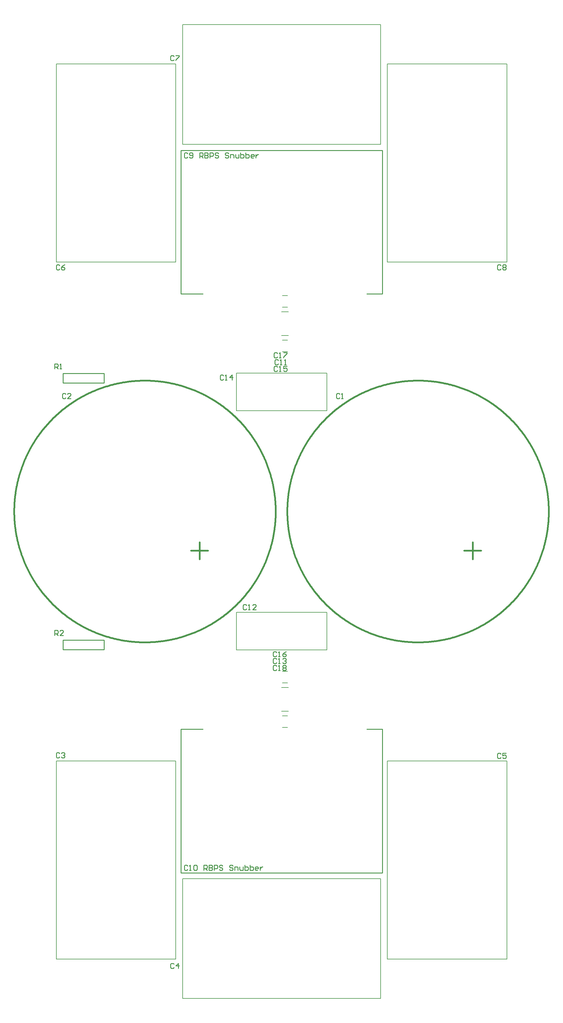
<source format=gto>
G04*
G04 #@! TF.GenerationSoftware,Altium Limited,Altium Designer,18.1.9 (240)*
G04*
G04 Layer_Color=65535*
%FSLAX25Y25*%
%MOIN*%
G70*
G01*
G75*
%ADD10C,0.01968*%
%ADD11C,0.00984*%
%ADD12C,0.00787*%
%ADD13C,0.01000*%
D10*
X308268Y0D02*
X308264Y1000D01*
X308254Y2001D01*
X308238Y3001D01*
X308215Y4001D01*
X308185Y5001D01*
X308148Y6001D01*
X308105Y7001D01*
X308055Y8000D01*
X307999Y8999D01*
X307936Y9997D01*
X307866Y10995D01*
X307790Y11993D01*
X307707Y12990D01*
X307618Y13986D01*
X307522Y14982D01*
X307419Y15977D01*
X307310Y16972D01*
X307194Y17965D01*
X307071Y18958D01*
X306942Y19950D01*
X306806Y20942D01*
X306664Y21932D01*
X306515Y22921D01*
X306360Y23909D01*
X306198Y24897D01*
X306030Y25883D01*
X305855Y26868D01*
X305673Y27852D01*
X305485Y28834D01*
X305291Y29816D01*
X305089Y30796D01*
X304882Y31774D01*
X304668Y32752D01*
X304447Y33727D01*
X304220Y34702D01*
X303987Y35675D01*
X303747Y36646D01*
X303501Y37616D01*
X303248Y38584D01*
X302989Y39550D01*
X302723Y40514D01*
X302451Y41477D01*
X302173Y42438D01*
X301888Y43397D01*
X301597Y44354D01*
X301299Y45309D01*
X300995Y46263D01*
X300685Y47214D01*
X300369Y48163D01*
X300046Y49110D01*
X299717Y50055D01*
X299382Y50997D01*
X299041Y51938D01*
X298693Y52876D01*
X298339Y53812D01*
X297979Y54745D01*
X297613Y55676D01*
X297240Y56604D01*
X296861Y57530D01*
X296477Y58454D01*
X296086Y59375D01*
X295689Y60293D01*
X295286Y61209D01*
X294877Y62122D01*
X294461Y63032D01*
X294040Y63939D01*
X293613Y64844D01*
X293180Y65746D01*
X292741Y66645D01*
X292295Y67541D01*
X291844Y68434D01*
X291387Y69324D01*
X290924Y70211D01*
X290456Y71095D01*
X289981Y71975D01*
X289500Y72853D01*
X289014Y73727D01*
X288522Y74598D01*
X288024Y75466D01*
X287521Y76330D01*
X287012Y77192D01*
X286496Y78049D01*
X285976Y78904D01*
X285449Y79754D01*
X284917Y80602D01*
X284380Y81445D01*
X283837Y82285D01*
X283288Y83122D01*
X282734Y83955D01*
X282174Y84784D01*
X281609Y85610D01*
X281038Y86431D01*
X280462Y87249D01*
X279880Y88063D01*
X279293Y88873D01*
X278701Y89679D01*
X278103Y90482D01*
X277500Y91280D01*
X276892Y92074D01*
X276278Y92865D01*
X275660Y93651D01*
X275036Y94433D01*
X274407Y95211D01*
X273772Y95984D01*
X273133Y96754D01*
X272488Y97519D01*
X271839Y98280D01*
X271184Y99037D01*
X270525Y99789D01*
X269860Y100537D01*
X269191Y101280D01*
X268516Y102019D01*
X267837Y102753D01*
X267153Y103483D01*
X266464Y104209D01*
X265770Y104929D01*
X265072Y105646D01*
X264368Y106357D01*
X263660Y107064D01*
X262948Y107766D01*
X262230Y108463D01*
X261508Y109156D01*
X260782Y109844D01*
X260051Y110527D01*
X259315Y111205D01*
X258575Y111878D01*
X257831Y112546D01*
X257082Y113210D01*
X256328Y113868D01*
X255571Y114521D01*
X254809Y115170D01*
X254042Y115813D01*
X253272Y116451D01*
X252497Y117084D01*
X251718Y117712D01*
X250935Y118334D01*
X250148Y118952D01*
X249357Y119564D01*
X248561Y120171D01*
X247762Y120773D01*
X246959Y121369D01*
X246152Y121960D01*
X245340Y122546D01*
X244526Y123126D01*
X243707Y123701D01*
X242884Y124270D01*
X242058Y124834D01*
X241228Y125392D01*
X240394Y125945D01*
X239556Y126493D01*
X238715Y127034D01*
X237871Y127570D01*
X237022Y128101D01*
X236171Y128626D01*
X235316Y129145D01*
X234457Y129659D01*
X233595Y130167D01*
X232730Y130669D01*
X231861Y131165D01*
X230989Y131656D01*
X230114Y132141D01*
X229236Y132620D01*
X228354Y133093D01*
X227470Y133560D01*
X226582Y134022D01*
X225691Y134477D01*
X224798Y134927D01*
X223901Y135370D01*
X223001Y135808D01*
X222099Y136240D01*
X221194Y136665D01*
X220285Y137085D01*
X219374Y137499D01*
X218461Y137907D01*
X217545Y138308D01*
X216626Y138704D01*
X215704Y139093D01*
X214780Y139476D01*
X213853Y139853D01*
X212924Y140224D01*
X211993Y140589D01*
X211058Y140948D01*
X210122Y141300D01*
X209184Y141646D01*
X208243Y141986D01*
X207299Y142320D01*
X206354Y142647D01*
X205406Y142968D01*
X204457Y143283D01*
X203505Y143592D01*
X202552Y143894D01*
X201596Y144190D01*
X200638Y144479D01*
X199679Y144762D01*
X198717Y145039D01*
X197754Y145310D01*
X196789Y145574D01*
X195822Y145831D01*
X194854Y146082D01*
X193884Y146327D01*
X192912Y146565D01*
X191939Y146797D01*
X190964Y147023D01*
X189988Y147242D01*
X189010Y147454D01*
X188031Y147660D01*
X187051Y147859D01*
X186069Y148052D01*
X185086Y148239D01*
X184102Y148419D01*
X183117Y148592D01*
X182130Y148759D01*
X181143Y148919D01*
X180154Y149073D01*
X179165Y149220D01*
X178174Y149361D01*
X177183Y149495D01*
X176190Y149622D01*
X175197Y149743D01*
X174204Y149857D01*
X173209Y149965D01*
X172213Y150066D01*
X171218Y150160D01*
X170221Y150248D01*
X169224Y150329D01*
X168226Y150404D01*
X167228Y150472D01*
X166229Y150533D01*
X165230Y150588D01*
X164231Y150636D01*
X163232Y150678D01*
X162232Y150713D01*
X161232Y150741D01*
X160231Y150762D01*
X159231Y150777D01*
X158231Y150786D01*
X157230Y150787D01*
X156230Y150782D01*
X155229Y150771D01*
X154229Y150752D01*
X153229Y150727D01*
X152229Y150696D01*
X151229Y150658D01*
X150230Y150613D01*
X149231Y150562D01*
X148232Y150504D01*
X147234Y150439D01*
X146236Y150367D01*
X145238Y150290D01*
X144241Y150205D01*
X143245Y150114D01*
X142249Y150016D01*
X141254Y149912D01*
X140260Y149801D01*
X139267Y149683D01*
X138274Y149559D01*
X137282Y149428D01*
X136291Y149291D01*
X135301Y149147D01*
X134312Y148997D01*
X133324Y148840D01*
X132337Y148676D01*
X131351Y148506D01*
X130366Y148330D01*
X129383Y148146D01*
X128400Y147957D01*
X127419Y147760D01*
X126440Y147558D01*
X125461Y147349D01*
X124484Y147133D01*
X123509Y146911D01*
X122535Y146682D01*
X121563Y146447D01*
X120592Y146206D01*
X119622Y145958D01*
X118655Y145703D01*
X117689Y145442D01*
X116725Y145175D01*
X115763Y144902D01*
X114802Y144622D01*
X113844Y144335D01*
X112887Y144043D01*
X111932Y143744D01*
X110979Y143438D01*
X110029Y143126D01*
X109080Y142808D01*
X108134Y142484D01*
X107189Y142154D01*
X106247Y141817D01*
X105308Y141474D01*
X104370Y141125D01*
X103435Y140769D01*
X102502Y140407D01*
X101572Y140040D01*
X100644Y139665D01*
X99718Y139285D01*
X98796Y138899D01*
X97875Y138507D01*
X96958Y138108D01*
X96043Y137704D01*
X95130Y137293D01*
X94221Y136876D01*
X93314Y136453D01*
X92410Y136025D01*
X91509Y135590D01*
X90611Y135149D01*
X89716Y134703D01*
X88823Y134250D01*
X87934Y133792D01*
X87048Y133327D01*
X86165Y132857D01*
X85285Y132381D01*
X84408Y131899D01*
X83535Y131411D01*
X82665Y130918D01*
X81798Y130419D01*
X80934Y129913D01*
X80074Y129403D01*
X79217Y128886D01*
X78364Y128364D01*
X77513Y127836D01*
X76667Y127303D01*
X75824Y126764D01*
X74985Y126219D01*
X74149Y125669D01*
X73317Y125114D01*
X72489Y124553D01*
X71665Y123986D01*
X70844Y123414D01*
X70027Y122836D01*
X69214Y122253D01*
X68405Y121665D01*
X67599Y121071D01*
X66798Y120472D01*
X66001Y119868D01*
X65208Y119258D01*
X64418Y118644D01*
X63633Y118024D01*
X62852Y117398D01*
X62075Y116768D01*
X61303Y116132D01*
X60534Y115492D01*
X59770Y114846D01*
X59010Y114195D01*
X58255Y113539D01*
X57504Y112879D01*
X56757Y112213D01*
X56015Y111542D01*
X55277Y110866D01*
X54544Y110186D01*
X53815Y109500D01*
X53091Y108810D01*
X52371Y108115D01*
X51656Y107415D01*
X50946Y106711D01*
X50240Y106002D01*
X49539Y105288D01*
X48843Y104569D01*
X48152Y103847D01*
X47465Y103119D01*
X46783Y102387D01*
X46106Y101650D01*
X45434Y100909D01*
X44767Y100163D01*
X44105Y99413D01*
X43448Y98659D01*
X42796Y97900D01*
X42149Y97137D01*
X41507Y96370D01*
X40870Y95598D01*
X40239Y94822D01*
X39612Y94042D01*
X38991Y93258D01*
X38375Y92470D01*
X37764Y91678D01*
X37158Y90882D01*
X36558Y90081D01*
X35963Y89277D01*
X35373Y88469D01*
X34789Y87657D01*
X34210Y86841D01*
X33637Y86021D01*
X33069Y85197D01*
X32506Y84370D01*
X31949Y83539D01*
X31398Y82704D01*
X30852Y81866D01*
X30311Y81024D01*
X29777Y80179D01*
X29247Y79330D01*
X28724Y78477D01*
X28206Y77621D01*
X27694Y76762D01*
X27187Y75899D01*
X26687Y75033D01*
X26192Y74163D01*
X25703Y73291D01*
X25219Y72415D01*
X24742Y71536D01*
X24270Y70653D01*
X23804Y69768D01*
X23344Y68879D01*
X22890Y67988D01*
X22442Y67094D01*
X22000Y66196D01*
X21564Y65296D01*
X21134Y64393D01*
X20709Y63487D01*
X20291Y62578D01*
X19879Y61666D01*
X19473Y60752D01*
X19073Y59835D01*
X18679Y58915D01*
X18291Y57993D01*
X17909Y57068D01*
X17534Y56141D01*
X17164Y55211D01*
X16801Y54279D01*
X16444Y53345D01*
X16093Y52408D01*
X15749Y51468D01*
X15410Y50527D01*
X15078Y49583D01*
X14752Y48638D01*
X14433Y47690D01*
X14120Y46739D01*
X13813Y45787D01*
X13512Y44833D01*
X13218Y43877D01*
X12930Y42919D01*
X12648Y41959D01*
X12373Y40997D01*
X12104Y40033D01*
X11842Y39068D01*
X11586Y38101D01*
X11336Y37132D01*
X11093Y36161D01*
X10857Y35189D01*
X10626Y34216D01*
X10402Y33241D01*
X10185Y32264D01*
X9974Y31286D01*
X9770Y30307D01*
X9572Y29326D01*
X9381Y28344D01*
X9196Y27361D01*
X9018Y26377D01*
X8846Y25391D01*
X8681Y24404D01*
X8522Y23417D01*
X8370Y22428D01*
X8225Y21438D01*
X8086Y20447D01*
X7953Y19456D01*
X7828Y18463D01*
X7708Y17470D01*
X7596Y16476D01*
X7490Y15481D01*
X7390Y14485D01*
X7298Y13489D01*
X7211Y12493D01*
X7132Y11495D01*
X7059Y10498D01*
X6992Y9499D01*
X6933Y8501D01*
X6880Y7502D01*
X6833Y6502D01*
X6793Y5503D01*
X6760Y4503D01*
X6734Y3503D01*
X6714Y2503D01*
X6700Y1502D01*
X6694Y502D01*
X6694Y-499D01*
X6700Y-1499D01*
X6714Y-2499D01*
X6734Y-3500D01*
X6760Y-4500D01*
X6793Y-5500D01*
X6833Y-6499D01*
X6880Y-7499D01*
X6933Y-8498D01*
X6992Y-9496D01*
X7059Y-10495D01*
X7131Y-11492D01*
X7211Y-12490D01*
X7297Y-13486D01*
X7390Y-14482D01*
X7489Y-15478D01*
X7595Y-16473D01*
X7708Y-17467D01*
X7827Y-18460D01*
X7953Y-19453D01*
X8085Y-20444D01*
X8224Y-21435D01*
X8370Y-22425D01*
X8522Y-23414D01*
X8680Y-24401D01*
X8846Y-25388D01*
X9017Y-26374D01*
X9195Y-27358D01*
X9380Y-28341D01*
X9572Y-29323D01*
X9769Y-30304D01*
X9974Y-31283D01*
X10185Y-32261D01*
X10402Y-33238D01*
X10626Y-34213D01*
X10856Y-35186D01*
X11092Y-36158D01*
X11336Y-37129D01*
X11585Y-38098D01*
X11841Y-39065D01*
X12104Y-40030D01*
X12372Y-40994D01*
X12648Y-41956D01*
X12929Y-42916D01*
X13217Y-43874D01*
X13511Y-44830D01*
X13812Y-45784D01*
X14119Y-46736D01*
X14432Y-47687D01*
X14751Y-48635D01*
X15077Y-49580D01*
X15409Y-50524D01*
X15748Y-51466D01*
X16092Y-52405D01*
X16443Y-53342D01*
X16800Y-54276D01*
X17163Y-55209D01*
X17533Y-56138D01*
X17908Y-57066D01*
X18290Y-57990D01*
X18678Y-58913D01*
X19072Y-59832D01*
X19472Y-60749D01*
X19878Y-61664D01*
X20290Y-62575D01*
X20708Y-63484D01*
X21132Y-64390D01*
X21563Y-65293D01*
X21999Y-66193D01*
X22441Y-67091D01*
X22889Y-67985D01*
X23343Y-68877D01*
X23803Y-69765D01*
X24269Y-70651D01*
X24740Y-71533D01*
X25218Y-72412D01*
X25701Y-73288D01*
X26190Y-74161D01*
X26685Y-75030D01*
X27186Y-75896D01*
X27692Y-76759D01*
X28205Y-77618D01*
X28722Y-78474D01*
X29246Y-79327D01*
X29775Y-80176D01*
X30310Y-81021D01*
X30850Y-81863D01*
X31396Y-82702D01*
X31947Y-83536D01*
X32504Y-84368D01*
X33067Y-85195D01*
X33635Y-86019D01*
X34208Y-86838D01*
X34787Y-87654D01*
X35372Y-88466D01*
X35961Y-89275D01*
X36556Y-90079D01*
X37157Y-90879D01*
X37762Y-91675D01*
X38373Y-92468D01*
X38989Y-93256D01*
X39610Y-94040D01*
X40237Y-94820D01*
X40869Y-95596D01*
X41505Y-96367D01*
X42147Y-97135D01*
X42794Y-97898D01*
X43446Y-98656D01*
X44103Y-99411D01*
X44765Y-100161D01*
X45432Y-100907D01*
X46104Y-101648D01*
X46781Y-102384D01*
X47463Y-103117D01*
X48150Y-103844D01*
X48841Y-104567D01*
X49537Y-105286D01*
X50238Y-106000D01*
X50944Y-106709D01*
X51654Y-107413D01*
X52369Y-108113D01*
X53089Y-108808D01*
X53813Y-109498D01*
X54542Y-110184D01*
X55275Y-110864D01*
X56013Y-111540D01*
X56755Y-112211D01*
X57502Y-112876D01*
X58253Y-113537D01*
X59008Y-114193D01*
X59768Y-114844D01*
X60532Y-115490D01*
X61300Y-116130D01*
X62073Y-116766D01*
X62850Y-117396D01*
X63631Y-118022D01*
X64416Y-118642D01*
X65205Y-119257D01*
X65998Y-119866D01*
X66796Y-120470D01*
X67597Y-121070D01*
X68402Y-121663D01*
X69211Y-122251D01*
X70024Y-122835D01*
X70841Y-123412D01*
X71662Y-123984D01*
X72487Y-124551D01*
X73315Y-125112D01*
X74147Y-125668D01*
X74982Y-126218D01*
X75822Y-126762D01*
X76664Y-127301D01*
X77511Y-127835D01*
X78361Y-128362D01*
X79214Y-128884D01*
X80071Y-129401D01*
X80931Y-129912D01*
X81795Y-130417D01*
X82662Y-130916D01*
X83532Y-131410D01*
X84405Y-131897D01*
X85282Y-132379D01*
X86162Y-132855D01*
X87045Y-133326D01*
X87931Y-133790D01*
X88820Y-134248D01*
X89713Y-134701D01*
X90608Y-135148D01*
X91506Y-135588D01*
X92407Y-136023D01*
X93311Y-136452D01*
X94217Y-136875D01*
X95127Y-137291D01*
X96039Y-137702D01*
X96954Y-138107D01*
X97872Y-138505D01*
X98792Y-138898D01*
X99715Y-139284D01*
X100640Y-139664D01*
X101568Y-140038D01*
X102498Y-140406D01*
X103431Y-140768D01*
X104366Y-141123D01*
X105304Y-141472D01*
X106244Y-141815D01*
X107186Y-142152D01*
X108130Y-142483D01*
X109076Y-142807D01*
X110025Y-143125D01*
X110976Y-143437D01*
X111928Y-143742D01*
X112883Y-144041D01*
X113839Y-144334D01*
X114798Y-144620D01*
X115759Y-144900D01*
X116721Y-145174D01*
X117685Y-145441D01*
X118651Y-145702D01*
X119618Y-145957D01*
X120588Y-146204D01*
X121558Y-146446D01*
X122531Y-146681D01*
X123505Y-146910D01*
X124480Y-147132D01*
X125457Y-147348D01*
X126436Y-147557D01*
X127415Y-147760D01*
X128396Y-147956D01*
X129379Y-148146D01*
X130362Y-148329D01*
X131347Y-148505D01*
X132333Y-148676D01*
X133320Y-148839D01*
X134308Y-148996D01*
X135297Y-149147D01*
X136287Y-149291D01*
X137278Y-149428D01*
X138270Y-149559D01*
X139263Y-149683D01*
X140256Y-149800D01*
X141251Y-149911D01*
X142246Y-150016D01*
X143241Y-150114D01*
X144238Y-150205D01*
X145235Y-150289D01*
X146232Y-150367D01*
X147230Y-150439D01*
X148228Y-150503D01*
X149227Y-150561D01*
X150226Y-150613D01*
X151226Y-150658D01*
X152225Y-150696D01*
X153225Y-150727D01*
X154226Y-150752D01*
X155226Y-150771D01*
X156226Y-150782D01*
X157227Y-150787D01*
X158227Y-150786D01*
X159228Y-150777D01*
X160228Y-150762D01*
X161228Y-150741D01*
X162228Y-150713D01*
X163228Y-150678D01*
X164228Y-150636D01*
X165227Y-150588D01*
X166226Y-150534D01*
X167225Y-150472D01*
X168223Y-150404D01*
X169220Y-150330D01*
X170218Y-150249D01*
X171214Y-150161D01*
X172210Y-150066D01*
X173206Y-149965D01*
X174200Y-149857D01*
X175194Y-149743D01*
X176187Y-149622D01*
X177180Y-149495D01*
X178171Y-149361D01*
X179162Y-149221D01*
X180151Y-149073D01*
X181140Y-148920D01*
X182127Y-148759D01*
X183114Y-148593D01*
X184099Y-148419D01*
X185083Y-148239D01*
X186066Y-148053D01*
X187048Y-147860D01*
X188029Y-147661D01*
X189007Y-147455D01*
X189985Y-147242D01*
X190961Y-147023D01*
X191936Y-146798D01*
X192909Y-146566D01*
X193881Y-146328D01*
X194851Y-146083D01*
X195820Y-145832D01*
X196786Y-145574D01*
X197751Y-145310D01*
X198715Y-145040D01*
X199676Y-144763D01*
X200636Y-144480D01*
X201593Y-144191D01*
X202549Y-143895D01*
X203503Y-143592D01*
X204454Y-143284D01*
X205404Y-142969D01*
X206352Y-142648D01*
X207297Y-142321D01*
X208240Y-141987D01*
X209181Y-141647D01*
X210120Y-141301D01*
X211056Y-140948D01*
X211990Y-140590D01*
X212922Y-140225D01*
X213851Y-139854D01*
X214778Y-139477D01*
X215702Y-139094D01*
X216623Y-138705D01*
X217542Y-138309D01*
X218459Y-137908D01*
X219372Y-137500D01*
X220283Y-137086D01*
X221192Y-136667D01*
X222097Y-136241D01*
X223000Y-135809D01*
X223899Y-135371D01*
X224796Y-134928D01*
X225690Y-134478D01*
X226580Y-134022D01*
X227468Y-133561D01*
X228353Y-133094D01*
X229234Y-132621D01*
X230113Y-132142D01*
X230988Y-131657D01*
X231860Y-131166D01*
X232728Y-130670D01*
X233594Y-130168D01*
X234456Y-129660D01*
X235314Y-129146D01*
X236169Y-128627D01*
X237021Y-128102D01*
X237869Y-127571D01*
X238714Y-127035D01*
X239555Y-126493D01*
X240392Y-125946D01*
X241226Y-125393D01*
X242056Y-124835D01*
X242883Y-124271D01*
X243706Y-123702D01*
X244524Y-123127D01*
X245339Y-122547D01*
X246150Y-121961D01*
X246958Y-121370D01*
X247761Y-120773D01*
X248560Y-120172D01*
X249356Y-119565D01*
X250147Y-118953D01*
X250934Y-118335D01*
X251717Y-117712D01*
X252496Y-117085D01*
X253271Y-116452D01*
X254042Y-115814D01*
X254808Y-115170D01*
X255570Y-114522D01*
X256328Y-113869D01*
X257081Y-113210D01*
X257830Y-112547D01*
X258574Y-111879D01*
X259314Y-111205D01*
X260050Y-110527D01*
X260781Y-109844D01*
X261508Y-109157D01*
X262230Y-108464D01*
X262947Y-107766D01*
X263660Y-107064D01*
X264368Y-106358D01*
X265071Y-105646D01*
X265770Y-104930D01*
X266463Y-104209D01*
X267153Y-103484D01*
X267837Y-102754D01*
X268516Y-102019D01*
X269191Y-101280D01*
X269860Y-100537D01*
X270525Y-99789D01*
X271184Y-99037D01*
X271839Y-98280D01*
X272488Y-97519D01*
X273133Y-96754D01*
X273772Y-95985D01*
X274407Y-95211D01*
X275036Y-94433D01*
X275660Y-93651D01*
X276278Y-92865D01*
X276892Y-92074D01*
X277500Y-91280D01*
X278103Y-90482D01*
X278701Y-89679D01*
X279293Y-88873D01*
X279880Y-88063D01*
X280462Y-87249D01*
X281038Y-86431D01*
X281609Y-85609D01*
X282174Y-84784D01*
X282734Y-83955D01*
X283288Y-83122D01*
X283837Y-82285D01*
X284380Y-81445D01*
X284918Y-80601D01*
X285450Y-79754D01*
X285976Y-78903D01*
X286497Y-78049D01*
X287012Y-77191D01*
X287521Y-76330D01*
X288025Y-75466D01*
X288522Y-74598D01*
X289015Y-73726D01*
X289501Y-72852D01*
X289981Y-71975D01*
X290456Y-71094D01*
X290925Y-70210D01*
X291388Y-69323D01*
X291845Y-68433D01*
X292296Y-67540D01*
X292741Y-66644D01*
X293180Y-65745D01*
X293613Y-64843D01*
X294040Y-63939D01*
X294462Y-63031D01*
X294877Y-62121D01*
X295286Y-61208D01*
X295689Y-60292D01*
X296086Y-59374D01*
X296477Y-58453D01*
X296862Y-57530D01*
X297240Y-56603D01*
X297613Y-55675D01*
X297979Y-54744D01*
X298339Y-53811D01*
X298693Y-52875D01*
X299041Y-51937D01*
X299382Y-50996D01*
X299718Y-50054D01*
X300047Y-49109D01*
X300369Y-48162D01*
X300686Y-47213D01*
X300996Y-46262D01*
X301300Y-45308D01*
X301597Y-44353D01*
X301888Y-43396D01*
X302173Y-42437D01*
X302451Y-41476D01*
X302723Y-40513D01*
X302989Y-39548D01*
X303248Y-38582D01*
X303501Y-37614D01*
X303747Y-36644D01*
X303987Y-35673D01*
X304221Y-34700D01*
X304448Y-33726D01*
X304668Y-32750D01*
X304882Y-31773D01*
X305090Y-30794D01*
X305291Y-29814D01*
X305486Y-28833D01*
X305674Y-27850D01*
X305855Y-26866D01*
X306030Y-25881D01*
X306199Y-24895D01*
X306360Y-23908D01*
X306516Y-22919D01*
X306664Y-21930D01*
X306807Y-20940D01*
X306942Y-19948D01*
X307071Y-18956D01*
X307194Y-17963D01*
X307310Y-16970D01*
X307419Y-15975D01*
X307522Y-14980D01*
X307618Y-13984D01*
X307707Y-12988D01*
X307790Y-11991D01*
X307867Y-10993D01*
X307936Y-9995D01*
X307999Y-8996D01*
X308055Y-7998D01*
X308105Y-6998D01*
X308148Y-5999D01*
X308185Y-4999D01*
X308215Y-3999D01*
X308238Y-2999D01*
X308255Y-1998D01*
X308264Y-998D01*
X308268Y0D01*
X-6693D02*
X-6696Y1000D01*
X-6706Y2001D01*
X-6723Y3001D01*
X-6746Y4001D01*
X-6776Y5001D01*
X-6812Y6001D01*
X-6855Y7001D01*
X-6905Y8000D01*
X-6962Y8999D01*
X-7025Y9997D01*
X-7094Y10995D01*
X-7171Y11993D01*
X-7254Y12990D01*
X-7343Y13986D01*
X-7439Y14982D01*
X-7542Y15977D01*
X-7651Y16972D01*
X-7767Y17965D01*
X-7889Y18958D01*
X-8019Y19950D01*
X-8154Y20942D01*
X-8296Y21932D01*
X-8445Y22921D01*
X-8601Y23909D01*
X-8762Y24897D01*
X-8931Y25883D01*
X-9106Y26868D01*
X-9287Y27852D01*
X-9476Y28834D01*
X-9670Y29816D01*
X-9871Y30796D01*
X-10079Y31774D01*
X-10293Y32752D01*
X-10513Y33727D01*
X-10740Y34702D01*
X-10974Y35675D01*
X-11214Y36646D01*
X-11460Y37616D01*
X-11713Y38584D01*
X-11972Y39550D01*
X-12238Y40514D01*
X-12510Y41477D01*
X-12788Y42438D01*
X-13073Y43397D01*
X-13364Y44354D01*
X-13661Y45309D01*
X-13965Y46263D01*
X-14275Y47214D01*
X-14592Y48163D01*
X-14914Y49110D01*
X-15243Y50055D01*
X-15579Y50997D01*
X-15920Y51938D01*
X-16268Y52876D01*
X-16622Y53812D01*
X-16982Y54745D01*
X-17348Y55676D01*
X-17721Y56604D01*
X-18099Y57530D01*
X-18484Y58454D01*
X-18875Y59375D01*
X-19272Y60293D01*
X-19675Y61209D01*
X-20084Y62122D01*
X-20499Y63032D01*
X-20921Y63939D01*
X-21348Y64844D01*
X-21781Y65746D01*
X-22220Y66645D01*
X-22665Y67541D01*
X-23116Y68434D01*
X-23573Y69324D01*
X-24036Y70211D01*
X-24505Y71095D01*
X-24980Y71975D01*
X-25460Y72853D01*
X-25946Y73727D01*
X-26439Y74598D01*
X-26936Y75466D01*
X-27440Y76330D01*
X-27949Y77192D01*
X-28464Y78049D01*
X-28985Y78904D01*
X-29511Y79754D01*
X-30043Y80602D01*
X-30581Y81445D01*
X-31124Y82285D01*
X-31673Y83122D01*
X-32227Y83955D01*
X-32787Y84784D01*
X-33352Y85610D01*
X-33923Y86431D01*
X-34499Y87249D01*
X-35080Y88063D01*
X-35667Y88873D01*
X-36260Y89679D01*
X-36857Y90482D01*
X-37460Y91280D01*
X-38069Y92074D01*
X-38682Y92865D01*
X-39301Y93651D01*
X-39925Y94433D01*
X-40554Y95211D01*
X-41188Y95984D01*
X-41828Y96754D01*
X-42472Y97519D01*
X-43122Y98280D01*
X-43776Y99037D01*
X-44436Y99789D01*
X-45100Y100537D01*
X-45770Y101280D01*
X-46444Y102019D01*
X-47124Y102753D01*
X-47808Y103483D01*
X-48497Y104209D01*
X-49191Y104929D01*
X-49889Y105646D01*
X-50592Y106357D01*
X-51301Y107064D01*
X-52013Y107766D01*
X-52731Y108463D01*
X-53452Y109156D01*
X-54179Y109844D01*
X-54910Y110527D01*
X-55646Y111205D01*
X-56386Y111878D01*
X-57130Y112546D01*
X-57879Y113210D01*
X-58632Y113868D01*
X-59390Y114521D01*
X-60152Y115170D01*
X-60918Y115813D01*
X-61689Y116451D01*
X-62463Y117084D01*
X-63242Y117712D01*
X-64025Y118334D01*
X-64813Y118952D01*
X-65604Y119564D01*
X-66399Y120171D01*
X-67198Y120773D01*
X-68002Y121369D01*
X-68809Y121960D01*
X-69620Y122546D01*
X-70435Y123126D01*
X-71254Y123701D01*
X-72077Y124270D01*
X-72903Y124834D01*
X-73733Y125392D01*
X-74567Y125945D01*
X-75404Y126493D01*
X-76245Y127034D01*
X-77090Y127570D01*
X-77938Y128101D01*
X-78790Y128626D01*
X-79645Y129145D01*
X-80503Y129659D01*
X-81366Y130167D01*
X-82231Y130669D01*
X-83099Y131165D01*
X-83971Y131656D01*
X-84846Y132141D01*
X-85725Y132620D01*
X-86606Y133093D01*
X-87491Y133560D01*
X-88379Y134022D01*
X-89269Y134477D01*
X-90163Y134927D01*
X-91060Y135370D01*
X-91959Y135808D01*
X-92862Y136240D01*
X-93767Y136665D01*
X-94675Y137085D01*
X-95586Y137499D01*
X-96500Y137907D01*
X-97416Y138308D01*
X-98335Y138704D01*
X-99257Y139093D01*
X-100181Y139476D01*
X-101107Y139853D01*
X-102037Y140224D01*
X-102968Y140589D01*
X-103902Y140948D01*
X-104839Y141300D01*
X-105777Y141646D01*
X-106718Y141986D01*
X-107661Y142320D01*
X-108607Y142647D01*
X-109554Y142968D01*
X-110504Y143283D01*
X-111455Y143592D01*
X-112409Y143894D01*
X-113365Y144190D01*
X-114322Y144479D01*
X-115282Y144762D01*
X-116244Y145039D01*
X-117207Y145310D01*
X-118172Y145574D01*
X-119138Y145831D01*
X-120107Y146082D01*
X-121077Y146327D01*
X-122048Y146565D01*
X-123022Y146797D01*
X-123996Y147023D01*
X-124973Y147242D01*
X-125950Y147454D01*
X-126929Y147660D01*
X-127910Y147859D01*
X-128891Y148052D01*
X-129874Y148239D01*
X-130858Y148419D01*
X-131844Y148592D01*
X-132830Y148759D01*
X-133818Y148919D01*
X-134806Y149073D01*
X-135796Y149220D01*
X-136786Y149361D01*
X-137778Y149495D01*
X-138770Y149622D01*
X-139763Y149743D01*
X-140757Y149857D01*
X-141752Y149965D01*
X-142747Y150066D01*
X-143743Y150160D01*
X-144740Y150248D01*
X-145737Y150329D01*
X-146734Y150404D01*
X-147733Y150472D01*
X-148731Y150533D01*
X-149730Y150588D01*
X-150730Y150636D01*
X-151729Y150678D01*
X-152729Y150713D01*
X-153729Y150741D01*
X-154729Y150762D01*
X-155729Y150777D01*
X-156730Y150786D01*
X-157730Y150787D01*
X-158731Y150782D01*
X-159731Y150771D01*
X-160731Y150752D01*
X-161732Y150727D01*
X-162732Y150696D01*
X-163731Y150658D01*
X-164731Y150613D01*
X-165730Y150562D01*
X-166729Y150504D01*
X-167727Y150439D01*
X-168725Y150367D01*
X-169722Y150290D01*
X-170719Y150205D01*
X-171715Y150114D01*
X-172711Y150016D01*
X-173706Y149912D01*
X-174700Y149801D01*
X-175694Y149683D01*
X-176687Y149559D01*
X-177679Y149428D01*
X-178670Y149291D01*
X-179660Y149147D01*
X-180649Y148997D01*
X-181637Y148840D01*
X-182624Y148676D01*
X-183610Y148506D01*
X-184594Y148330D01*
X-185578Y148146D01*
X-186560Y147957D01*
X-187541Y147760D01*
X-188521Y147558D01*
X-189499Y147349D01*
X-190476Y147133D01*
X-191452Y146911D01*
X-192426Y146682D01*
X-193398Y146447D01*
X-194369Y146206D01*
X-195338Y145958D01*
X-196306Y145703D01*
X-197272Y145442D01*
X-198236Y145175D01*
X-199198Y144902D01*
X-200159Y144622D01*
X-201117Y144335D01*
X-202074Y144043D01*
X-203028Y143744D01*
X-203981Y143438D01*
X-204932Y143126D01*
X-205880Y142808D01*
X-206827Y142484D01*
X-207771Y142154D01*
X-208713Y141817D01*
X-209653Y141474D01*
X-210591Y141125D01*
X-211526Y140769D01*
X-212458Y140407D01*
X-213389Y140040D01*
X-214317Y139665D01*
X-215242Y139285D01*
X-216165Y138899D01*
X-217085Y138507D01*
X-218003Y138108D01*
X-218918Y137704D01*
X-219830Y137293D01*
X-220740Y136876D01*
X-221646Y136453D01*
X-222551Y136025D01*
X-223451Y135590D01*
X-224350Y135149D01*
X-225245Y134703D01*
X-226137Y134250D01*
X-227026Y133792D01*
X-227912Y133327D01*
X-228796Y132857D01*
X-229676Y132381D01*
X-230552Y131899D01*
X-231426Y131411D01*
X-232296Y130918D01*
X-233163Y130419D01*
X-234027Y129913D01*
X-234887Y129403D01*
X-235744Y128886D01*
X-236597Y128364D01*
X-237447Y127836D01*
X-238294Y127303D01*
X-239136Y126764D01*
X-239976Y126219D01*
X-240811Y125669D01*
X-241643Y125114D01*
X-242472Y124553D01*
X-243296Y123986D01*
X-244117Y123414D01*
X-244934Y122836D01*
X-245747Y122253D01*
X-246556Y121665D01*
X-247361Y121071D01*
X-248162Y120472D01*
X-248960Y119868D01*
X-249753Y119258D01*
X-250542Y118644D01*
X-251327Y118024D01*
X-252108Y117398D01*
X-252885Y116768D01*
X-253658Y116132D01*
X-254426Y115492D01*
X-255190Y114846D01*
X-255950Y114195D01*
X-256706Y113539D01*
X-257457Y112879D01*
X-258204Y112213D01*
X-258946Y111542D01*
X-259683Y110866D01*
X-260417Y110186D01*
X-261146Y109500D01*
X-261870Y108810D01*
X-262590Y108115D01*
X-263304Y107415D01*
X-264015Y106711D01*
X-264721Y106002D01*
X-265421Y105288D01*
X-266118Y104569D01*
X-266809Y103847D01*
X-267496Y103119D01*
X-268177Y102387D01*
X-268854Y101650D01*
X-269526Y100909D01*
X-270193Y100163D01*
X-270855Y99413D01*
X-271512Y98659D01*
X-272164Y97900D01*
X-272811Y97137D01*
X-273453Y96370D01*
X-274090Y95598D01*
X-274722Y94822D01*
X-275348Y94042D01*
X-275970Y93258D01*
X-276586Y92470D01*
X-277197Y91678D01*
X-277802Y90882D01*
X-278403Y90081D01*
X-278998Y89277D01*
X-279587Y88469D01*
X-280172Y87657D01*
X-280750Y86841D01*
X-281324Y86021D01*
X-281892Y85197D01*
X-282454Y84370D01*
X-283012Y83539D01*
X-283563Y82704D01*
X-284109Y81866D01*
X-284649Y81024D01*
X-285184Y80179D01*
X-285713Y79330D01*
X-286237Y78477D01*
X-286754Y77621D01*
X-287267Y76762D01*
X-287773Y75899D01*
X-288274Y75033D01*
X-288769Y74163D01*
X-289258Y73291D01*
X-289741Y72415D01*
X-290219Y71536D01*
X-290690Y70653D01*
X-291156Y69768D01*
X-291616Y68879D01*
X-292070Y67988D01*
X-292518Y67094D01*
X-292961Y66196D01*
X-293397Y65296D01*
X-293827Y64393D01*
X-294251Y63487D01*
X-294670Y62578D01*
X-295082Y61666D01*
X-295488Y60752D01*
X-295888Y59835D01*
X-296282Y58915D01*
X-296670Y57993D01*
X-297051Y57068D01*
X-297427Y56141D01*
X-297796Y55211D01*
X-298159Y54279D01*
X-298516Y53345D01*
X-298867Y52408D01*
X-299212Y51468D01*
X-299550Y50527D01*
X-299882Y49583D01*
X-300208Y48638D01*
X-300528Y47690D01*
X-300841Y46739D01*
X-301148Y45787D01*
X-301448Y44833D01*
X-301743Y43877D01*
X-302031Y42919D01*
X-302312Y41959D01*
X-302588Y40997D01*
X-302856Y40033D01*
X-303119Y39068D01*
X-303375Y38101D01*
X-303624Y37132D01*
X-303867Y36161D01*
X-304104Y35189D01*
X-304334Y34216D01*
X-304558Y33241D01*
X-304776Y32264D01*
X-304986Y31286D01*
X-305191Y30307D01*
X-305388Y29326D01*
X-305580Y28344D01*
X-305765Y27361D01*
X-305943Y26377D01*
X-306115Y25391D01*
X-306280Y24404D01*
X-306438Y23417D01*
X-306591Y22428D01*
X-306736Y21438D01*
X-306875Y20447D01*
X-307007Y19456D01*
X-307133Y18463D01*
X-307252Y17470D01*
X-307365Y16476D01*
X-307471Y15481D01*
X-307570Y14485D01*
X-307663Y13489D01*
X-307749Y12493D01*
X-307829Y11495D01*
X-307902Y10498D01*
X-307968Y9499D01*
X-308028Y8501D01*
X-308081Y7502D01*
X-308127Y6502D01*
X-308167Y5503D01*
X-308201Y4503D01*
X-308227Y3503D01*
X-308247Y2503D01*
X-308260Y1502D01*
X-308267Y502D01*
X-308267Y-499D01*
X-308260Y-1499D01*
X-308247Y-2499D01*
X-308227Y-3500D01*
X-308201Y-4500D01*
X-308167Y-5500D01*
X-308128Y-6499D01*
X-308081Y-7499D01*
X-308028Y-8498D01*
X-307968Y-9496D01*
X-307902Y-10495D01*
X-307829Y-11492D01*
X-307750Y-12490D01*
X-307663Y-13486D01*
X-307571Y-14482D01*
X-307471Y-15478D01*
X-307365Y-16473D01*
X-307253Y-17467D01*
X-307134Y-18460D01*
X-307008Y-19453D01*
X-306875Y-20444D01*
X-306736Y-21435D01*
X-306591Y-22425D01*
X-306439Y-23414D01*
X-306280Y-24401D01*
X-306115Y-25388D01*
X-305943Y-26374D01*
X-305765Y-27358D01*
X-305580Y-28341D01*
X-305389Y-29323D01*
X-305191Y-30304D01*
X-304987Y-31283D01*
X-304776Y-32261D01*
X-304559Y-33238D01*
X-304335Y-34213D01*
X-304105Y-35186D01*
X-303868Y-36158D01*
X-303625Y-37129D01*
X-303376Y-38098D01*
X-303119Y-39065D01*
X-302857Y-40030D01*
X-302588Y-40994D01*
X-302313Y-41956D01*
X-302032Y-42916D01*
X-301744Y-43874D01*
X-301449Y-44830D01*
X-301149Y-45784D01*
X-300842Y-46736D01*
X-300529Y-47687D01*
X-300209Y-48635D01*
X-299883Y-49580D01*
X-299551Y-50524D01*
X-299213Y-51466D01*
X-298868Y-52405D01*
X-298517Y-53342D01*
X-298161Y-54276D01*
X-297797Y-55209D01*
X-297428Y-56138D01*
X-297052Y-57066D01*
X-296671Y-57990D01*
X-296283Y-58913D01*
X-295889Y-59832D01*
X-295489Y-60749D01*
X-295083Y-61664D01*
X-294671Y-62575D01*
X-294252Y-63484D01*
X-293828Y-64390D01*
X-293398Y-65293D01*
X-292962Y-66193D01*
X-292520Y-67091D01*
X-292072Y-67985D01*
X-291618Y-68877D01*
X-291158Y-69765D01*
X-290692Y-70651D01*
X-290220Y-71533D01*
X-289743Y-72412D01*
X-289259Y-73288D01*
X-288770Y-74161D01*
X-288275Y-75030D01*
X-287775Y-75896D01*
X-287268Y-76759D01*
X-286756Y-77618D01*
X-286238Y-78474D01*
X-285715Y-79327D01*
X-285186Y-80176D01*
X-284651Y-81021D01*
X-284110Y-81863D01*
X-283565Y-82702D01*
X-283013Y-83536D01*
X-282456Y-84368D01*
X-281894Y-85195D01*
X-281326Y-86019D01*
X-280752Y-86838D01*
X-280173Y-87654D01*
X-279589Y-88466D01*
X-278999Y-89275D01*
X-278404Y-90079D01*
X-277804Y-90879D01*
X-277199Y-91675D01*
X-276588Y-92468D01*
X-275972Y-93256D01*
X-275350Y-94040D01*
X-274724Y-94820D01*
X-274092Y-95596D01*
X-273455Y-96367D01*
X-272813Y-97135D01*
X-272166Y-97898D01*
X-271514Y-98656D01*
X-270857Y-99411D01*
X-270195Y-100161D01*
X-269528Y-100907D01*
X-268856Y-101648D01*
X-268179Y-102384D01*
X-267498Y-103117D01*
X-266811Y-103844D01*
X-266120Y-104567D01*
X-265423Y-105286D01*
X-264723Y-106000D01*
X-264017Y-106709D01*
X-263307Y-107413D01*
X-262592Y-108113D01*
X-261872Y-108808D01*
X-261148Y-109498D01*
X-260419Y-110184D01*
X-259686Y-110864D01*
X-258948Y-111540D01*
X-258206Y-112211D01*
X-257459Y-112876D01*
X-256708Y-113537D01*
X-255952Y-114193D01*
X-255193Y-114844D01*
X-254429Y-115490D01*
X-253660Y-116130D01*
X-252888Y-116766D01*
X-252111Y-117396D01*
X-251330Y-118022D01*
X-250545Y-118642D01*
X-249756Y-119257D01*
X-248962Y-119866D01*
X-248165Y-120470D01*
X-247364Y-121070D01*
X-246558Y-121663D01*
X-245749Y-122251D01*
X-244936Y-122835D01*
X-244119Y-123412D01*
X-243299Y-123984D01*
X-242474Y-124551D01*
X-241646Y-125112D01*
X-240814Y-125668D01*
X-239978Y-126218D01*
X-239139Y-126762D01*
X-238296Y-127301D01*
X-237450Y-127835D01*
X-236600Y-128362D01*
X-235747Y-128884D01*
X-234890Y-129401D01*
X-234030Y-129912D01*
X-233166Y-130417D01*
X-232299Y-130916D01*
X-231429Y-131410D01*
X-230555Y-131897D01*
X-229679Y-132379D01*
X-228799Y-132855D01*
X-227916Y-133326D01*
X-227030Y-133790D01*
X-226140Y-134248D01*
X-225248Y-134701D01*
X-224353Y-135148D01*
X-223455Y-135588D01*
X-222554Y-136023D01*
X-221650Y-136452D01*
X-220743Y-136875D01*
X-219834Y-137291D01*
X-218921Y-137702D01*
X-218006Y-138107D01*
X-217089Y-138505D01*
X-216169Y-138898D01*
X-215246Y-139284D01*
X-214320Y-139664D01*
X-213392Y-140038D01*
X-212462Y-140406D01*
X-211529Y-140768D01*
X-210594Y-141123D01*
X-209657Y-141472D01*
X-208717Y-141815D01*
X-207775Y-142152D01*
X-206831Y-142483D01*
X-205884Y-142807D01*
X-204936Y-143125D01*
X-203985Y-143437D01*
X-203032Y-143742D01*
X-202078Y-144041D01*
X-201121Y-144334D01*
X-200163Y-144620D01*
X-199202Y-144900D01*
X-198240Y-145174D01*
X-197276Y-145441D01*
X-196310Y-145702D01*
X-195342Y-145957D01*
X-194373Y-146204D01*
X-193402Y-146446D01*
X-192430Y-146681D01*
X-191456Y-146910D01*
X-190480Y-147132D01*
X-189503Y-147348D01*
X-188525Y-147557D01*
X-187545Y-147760D01*
X-186564Y-147956D01*
X-185582Y-148146D01*
X-184598Y-148329D01*
X-183614Y-148505D01*
X-182628Y-148676D01*
X-181641Y-148839D01*
X-180653Y-148996D01*
X-179664Y-149147D01*
X-178674Y-149291D01*
X-177682Y-149428D01*
X-176691Y-149559D01*
X-175698Y-149683D01*
X-174704Y-149800D01*
X-173710Y-149911D01*
X-172715Y-150016D01*
X-171719Y-150114D01*
X-170723Y-150205D01*
X-169726Y-150289D01*
X-168729Y-150367D01*
X-167731Y-150439D01*
X-166732Y-150503D01*
X-165734Y-150561D01*
X-164734Y-150613D01*
X-163735Y-150658D01*
X-162735Y-150696D01*
X-161735Y-150727D01*
X-160735Y-150752D01*
X-159735Y-150771D01*
X-158734Y-150782D01*
X-157734Y-150787D01*
X-156734Y-150786D01*
X-155733Y-150777D01*
X-154733Y-150762D01*
X-153732Y-150741D01*
X-152732Y-150713D01*
X-151733Y-150678D01*
X-150733Y-150636D01*
X-149734Y-150588D01*
X-148735Y-150534D01*
X-147736Y-150472D01*
X-146738Y-150404D01*
X-145740Y-150330D01*
X-144743Y-150249D01*
X-143746Y-150161D01*
X-142750Y-150066D01*
X-141755Y-149965D01*
X-140760Y-149857D01*
X-139766Y-149743D01*
X-138773Y-149622D01*
X-137781Y-149495D01*
X-136790Y-149361D01*
X-135799Y-149221D01*
X-134809Y-149073D01*
X-133821Y-148920D01*
X-132833Y-148759D01*
X-131847Y-148593D01*
X-130861Y-148419D01*
X-129877Y-148239D01*
X-128894Y-148053D01*
X-127913Y-147860D01*
X-126932Y-147661D01*
X-125953Y-147455D01*
X-124976Y-147242D01*
X-123999Y-147023D01*
X-123024Y-146798D01*
X-122051Y-146566D01*
X-121080Y-146328D01*
X-120109Y-146083D01*
X-119141Y-145832D01*
X-118174Y-145574D01*
X-117209Y-145310D01*
X-116246Y-145040D01*
X-115285Y-144763D01*
X-114325Y-144480D01*
X-113367Y-144191D01*
X-112412Y-143895D01*
X-111458Y-143592D01*
X-110506Y-143284D01*
X-109556Y-142969D01*
X-108609Y-142648D01*
X-107664Y-142321D01*
X-106720Y-141987D01*
X-105780Y-141647D01*
X-104841Y-141301D01*
X-103904Y-140948D01*
X-102970Y-140590D01*
X-102039Y-140225D01*
X-101110Y-139854D01*
X-100183Y-139477D01*
X-99259Y-139094D01*
X-98337Y-138705D01*
X-97418Y-138309D01*
X-96502Y-137908D01*
X-95588Y-137500D01*
X-94677Y-137086D01*
X-93769Y-136667D01*
X-92864Y-136241D01*
X-91961Y-135809D01*
X-91062Y-135371D01*
X-90165Y-134928D01*
X-89271Y-134478D01*
X-88380Y-134022D01*
X-87493Y-133561D01*
X-86608Y-133094D01*
X-85726Y-132621D01*
X-84848Y-132142D01*
X-83973Y-131657D01*
X-83101Y-131166D01*
X-82232Y-130670D01*
X-81367Y-130168D01*
X-80505Y-129660D01*
X-79646Y-129146D01*
X-78791Y-128627D01*
X-77940Y-128102D01*
X-77091Y-127571D01*
X-76247Y-127035D01*
X-75406Y-126493D01*
X-74568Y-125946D01*
X-73734Y-125393D01*
X-72904Y-124835D01*
X-72078Y-124271D01*
X-71255Y-123702D01*
X-70436Y-123127D01*
X-69621Y-122547D01*
X-68810Y-121961D01*
X-68003Y-121370D01*
X-67200Y-120773D01*
X-66400Y-120172D01*
X-65605Y-119565D01*
X-64814Y-118953D01*
X-64026Y-118335D01*
X-63243Y-117712D01*
X-62464Y-117085D01*
X-61690Y-116452D01*
X-60919Y-115814D01*
X-60153Y-115170D01*
X-59391Y-114522D01*
X-58633Y-113869D01*
X-57880Y-113210D01*
X-57131Y-112547D01*
X-56386Y-111879D01*
X-55646Y-111205D01*
X-54911Y-110527D01*
X-54180Y-109844D01*
X-53453Y-109157D01*
X-52731Y-108464D01*
X-52014Y-107766D01*
X-51301Y-107064D01*
X-50593Y-106358D01*
X-49890Y-105646D01*
X-49191Y-104930D01*
X-48497Y-104209D01*
X-47808Y-103484D01*
X-47124Y-102754D01*
X-46445Y-102019D01*
X-45770Y-101280D01*
X-45101Y-100537D01*
X-44436Y-99789D01*
X-43777Y-99037D01*
X-43122Y-98280D01*
X-42472Y-97519D01*
X-41828Y-96754D01*
X-41188Y-95985D01*
X-40554Y-95211D01*
X-39925Y-94433D01*
X-39301Y-93651D01*
X-38682Y-92865D01*
X-38069Y-92074D01*
X-37460Y-91280D01*
X-36857Y-90482D01*
X-36260Y-89679D01*
X-35667Y-88873D01*
X-35080Y-88063D01*
X-34499Y-87249D01*
X-33923Y-86431D01*
X-33352Y-85609D01*
X-32787Y-84784D01*
X-32227Y-83955D01*
X-31672Y-83122D01*
X-31124Y-82285D01*
X-30581Y-81445D01*
X-30043Y-80601D01*
X-29511Y-79754D01*
X-28985Y-78903D01*
X-28464Y-78049D01*
X-27949Y-77191D01*
X-27440Y-76330D01*
X-26936Y-75466D01*
X-26438Y-74598D01*
X-25946Y-73726D01*
X-25460Y-72852D01*
X-24979Y-71975D01*
X-24505Y-71094D01*
X-24036Y-70210D01*
X-23573Y-69323D01*
X-23116Y-68433D01*
X-22665Y-67540D01*
X-22220Y-66644D01*
X-21781Y-65745D01*
X-21347Y-64843D01*
X-20920Y-63939D01*
X-20499Y-63031D01*
X-20084Y-62121D01*
X-19675Y-61208D01*
X-19272Y-60292D01*
X-18875Y-59374D01*
X-18484Y-58453D01*
X-18099Y-57530D01*
X-17720Y-56603D01*
X-17348Y-55675D01*
X-16981Y-54744D01*
X-16621Y-53811D01*
X-16267Y-52875D01*
X-15920Y-51937D01*
X-15578Y-50996D01*
X-15243Y-50054D01*
X-14914Y-49109D01*
X-14591Y-48162D01*
X-14275Y-47213D01*
X-13965Y-46262D01*
X-13661Y-45308D01*
X-13363Y-44353D01*
X-13072Y-43396D01*
X-12788Y-42437D01*
X-12509Y-41476D01*
X-12237Y-40513D01*
X-11972Y-39548D01*
X-11712Y-38582D01*
X-11460Y-37614D01*
X-11213Y-36644D01*
X-10973Y-35673D01*
X-10740Y-34700D01*
X-10513Y-33726D01*
X-10292Y-32750D01*
X-10078Y-31773D01*
X-9871Y-30794D01*
X-9670Y-29814D01*
X-9475Y-28833D01*
X-9287Y-27850D01*
X-9106Y-26866D01*
X-8931Y-25881D01*
X-8762Y-24895D01*
X-8600Y-23908D01*
X-8445Y-22919D01*
X-8296Y-21930D01*
X-8154Y-20940D01*
X-8018Y-19948D01*
X-7889Y-18956D01*
X-7767Y-17963D01*
X-7651Y-16970D01*
X-7542Y-15975D01*
X-7439Y-14980D01*
X-7343Y-13984D01*
X-7253Y-12988D01*
X-7170Y-11991D01*
X-7094Y-10993D01*
X-7024Y-9995D01*
X-6961Y-8996D01*
X-6905Y-7998D01*
X-6855Y-6998D01*
X-6812Y-5999D01*
X-6776Y-4999D01*
X-6746Y-3999D01*
X-6723Y-2999D01*
X-6706Y-1998D01*
X-6696Y-998D01*
X-6693Y0D01*
X210630Y-45276D02*
X230315D01*
X220472Y-55118D02*
Y-35433D01*
X-94488Y-55118D02*
Y-35433D01*
X-104331Y-45276D02*
X-84646D01*
D11*
X-116142Y-416339D02*
X116142D01*
Y-250984D01*
X98425D02*
X116142D01*
X-116142Y-416339D02*
Y-250984D01*
X-90551D01*
X-116142Y250984D02*
X-90551D01*
X-116142D02*
Y416339D01*
X98425Y250984D02*
X116142D01*
Y416339D01*
X-116142D02*
X116142D01*
X-108269Y-408466D02*
X-109253Y-407482D01*
X-111221D01*
X-112205Y-408466D01*
Y-412402D01*
X-111221Y-413386D01*
X-109253D01*
X-108269Y-412402D01*
X-106301Y-413386D02*
X-104333D01*
X-105317D01*
Y-407482D01*
X-106301Y-408466D01*
X-101381D02*
X-100398Y-407482D01*
X-98430D01*
X-97446Y-408466D01*
Y-412402D01*
X-98430Y-413386D01*
X-100398D01*
X-101381Y-412402D01*
Y-408466D01*
X-89574Y-413386D02*
Y-407482D01*
X-86623D01*
X-85638Y-408466D01*
Y-410434D01*
X-86623Y-411418D01*
X-89574D01*
X-87606D02*
X-85638Y-413386D01*
X-83671Y-407482D02*
Y-413386D01*
X-80719D01*
X-79735Y-412402D01*
Y-411418D01*
X-80719Y-410434D01*
X-83671D01*
X-80719D01*
X-79735Y-409450D01*
Y-408466D01*
X-80719Y-407482D01*
X-83671D01*
X-77767Y-413386D02*
Y-407482D01*
X-74815D01*
X-73831Y-408466D01*
Y-410434D01*
X-74815Y-411418D01*
X-77767D01*
X-67928Y-408466D02*
X-68912Y-407482D01*
X-70880D01*
X-71864Y-408466D01*
Y-409450D01*
X-70880Y-410434D01*
X-68912D01*
X-67928Y-411418D01*
Y-412402D01*
X-68912Y-413386D01*
X-70880D01*
X-71864Y-412402D01*
X-56121Y-408466D02*
X-57104Y-407482D01*
X-59072D01*
X-60056Y-408466D01*
Y-409450D01*
X-59072Y-410434D01*
X-57104D01*
X-56121Y-411418D01*
Y-412402D01*
X-57104Y-413386D01*
X-59072D01*
X-60056Y-412402D01*
X-54153Y-413386D02*
Y-409450D01*
X-51201D01*
X-50217Y-410434D01*
Y-413386D01*
X-48249Y-409450D02*
Y-412402D01*
X-47265Y-413386D01*
X-44313D01*
Y-409450D01*
X-42345Y-407482D02*
Y-413386D01*
X-39394D01*
X-38410Y-412402D01*
Y-411418D01*
Y-410434D01*
X-39394Y-409450D01*
X-42345D01*
X-36442Y-407482D02*
Y-413386D01*
X-33490D01*
X-32506Y-412402D01*
Y-411418D01*
Y-410434D01*
X-33490Y-409450D01*
X-36442D01*
X-27586Y-413386D02*
X-29554D01*
X-30538Y-412402D01*
Y-410434D01*
X-29554Y-409450D01*
X-27586D01*
X-26603Y-410434D01*
Y-411418D01*
X-30538D01*
X-24635Y-409450D02*
Y-413386D01*
Y-411418D01*
X-23651Y-410434D01*
X-22667Y-409450D01*
X-21683D01*
X-108269Y412400D02*
X-109253Y413384D01*
X-111221D01*
X-112205Y412400D01*
Y408464D01*
X-111221Y407480D01*
X-109253D01*
X-108269Y408464D01*
X-106301D02*
X-105317Y407480D01*
X-103349D01*
X-102365Y408464D01*
Y412400D01*
X-103349Y413384D01*
X-105317D01*
X-106301Y412400D01*
Y411416D01*
X-105317Y410432D01*
X-102365D01*
X-94494Y407480D02*
Y413384D01*
X-91542D01*
X-90558Y412400D01*
Y410432D01*
X-91542Y409448D01*
X-94494D01*
X-92526D02*
X-90558Y407480D01*
X-88590Y413384D02*
Y407480D01*
X-85638D01*
X-84655Y408464D01*
Y409448D01*
X-85638Y410432D01*
X-88590D01*
X-85638D01*
X-84655Y411416D01*
Y412400D01*
X-85638Y413384D01*
X-88590D01*
X-82687Y407480D02*
Y413384D01*
X-79735D01*
X-78751Y412400D01*
Y410432D01*
X-79735Y409448D01*
X-82687D01*
X-72847Y412400D02*
X-73831Y413384D01*
X-75799D01*
X-76783Y412400D01*
Y411416D01*
X-75799Y410432D01*
X-73831D01*
X-72847Y409448D01*
Y408464D01*
X-73831Y407480D01*
X-75799D01*
X-76783Y408464D01*
X-61040Y412400D02*
X-62024Y413384D01*
X-63992D01*
X-64976Y412400D01*
Y411416D01*
X-63992Y410432D01*
X-62024D01*
X-61040Y409448D01*
Y408464D01*
X-62024Y407480D01*
X-63992D01*
X-64976Y408464D01*
X-59072Y407480D02*
Y411416D01*
X-56121D01*
X-55137Y410432D01*
Y407480D01*
X-53169Y411416D02*
Y408464D01*
X-52185Y407480D01*
X-49233D01*
Y411416D01*
X-47265Y413384D02*
Y407480D01*
X-44313D01*
X-43329Y408464D01*
Y409448D01*
Y410432D01*
X-44313Y411416D01*
X-47265D01*
X-41361Y413384D02*
Y407480D01*
X-38410D01*
X-37426Y408464D01*
Y409448D01*
Y410432D01*
X-38410Y411416D01*
X-41361D01*
X-32506Y407480D02*
X-34474D01*
X-35458Y408464D01*
Y410432D01*
X-34474Y411416D01*
X-32506D01*
X-31522Y410432D01*
Y409448D01*
X-35458D01*
X-29554Y411416D02*
Y407480D01*
Y409448D01*
X-28570Y410432D01*
X-27586Y411416D01*
X-26603D01*
X-261677Y164409D02*
Y170312D01*
X-258725D01*
X-257741Y169328D01*
Y167360D01*
X-258725Y166376D01*
X-261677D01*
X-259709D02*
X-257741Y164409D01*
X-255774D02*
X-253806D01*
X-254790D01*
Y170312D01*
X-255774Y169328D01*
X-261677Y-142691D02*
Y-136788D01*
X-258725D01*
X-257741Y-137772D01*
Y-139740D01*
X-258725Y-140724D01*
X-261677D01*
X-259709D02*
X-257741Y-142691D01*
X-251838D02*
X-255774D01*
X-251838Y-138756D01*
Y-137772D01*
X-252822Y-136788D01*
X-254790D01*
X-255774Y-137772D01*
X-66930Y156494D02*
X-67914Y157478D01*
X-69882D01*
X-70866Y156494D01*
Y152559D01*
X-69882Y151575D01*
X-67914D01*
X-66930Y152559D01*
X-64963Y151575D02*
X-62995D01*
X-63979D01*
Y157478D01*
X-64963Y156494D01*
X-57091Y151575D02*
Y157478D01*
X-60043Y154527D01*
X-56107D01*
X-40356Y-108269D02*
X-41339Y-107285D01*
X-43307D01*
X-44291Y-108269D01*
Y-112205D01*
X-43307Y-113189D01*
X-41339D01*
X-40356Y-112205D01*
X-38388Y-113189D02*
X-36420D01*
X-37404D01*
Y-107285D01*
X-38388Y-108269D01*
X-29532Y-113189D02*
X-33468D01*
X-29532Y-109253D01*
Y-108269D01*
X-30516Y-107285D01*
X-32484D01*
X-33468Y-108269D01*
X252952Y283463D02*
X251968Y284447D01*
X250000D01*
X249016Y283463D01*
Y279527D01*
X250000Y278543D01*
X251968D01*
X252952Y279527D01*
X254919Y283463D02*
X255903Y284447D01*
X257871D01*
X258855Y283463D01*
Y282479D01*
X257871Y281495D01*
X258855Y280511D01*
Y279527D01*
X257871Y278543D01*
X255903D01*
X254919Y279527D01*
Y280511D01*
X255903Y281495D01*
X254919Y282479D01*
Y283463D01*
X255903Y281495D02*
X257871D01*
X-124017Y524605D02*
X-125001Y525589D01*
X-126969D01*
X-127953Y524605D01*
Y520669D01*
X-126969Y519685D01*
X-125001D01*
X-124017Y520669D01*
X-122049Y525589D02*
X-118113D01*
Y524605D01*
X-122049Y520669D01*
Y519685D01*
X-255907Y283463D02*
X-256891Y284447D01*
X-258859D01*
X-259842Y283463D01*
Y279527D01*
X-258859Y278543D01*
X-256891D01*
X-255907Y279527D01*
X-250003Y284447D02*
X-251971Y283463D01*
X-253939Y281495D01*
Y279527D01*
X-252955Y278543D01*
X-250987D01*
X-250003Y279527D01*
Y280511D01*
X-250987Y281495D01*
X-253939D01*
X252952Y-279529D02*
X251968Y-278545D01*
X250000D01*
X249016Y-279529D01*
Y-283465D01*
X250000Y-284449D01*
X251968D01*
X252952Y-283465D01*
X258855Y-278545D02*
X254919D01*
Y-281497D01*
X256887Y-280513D01*
X257871D01*
X258855Y-281497D01*
Y-283465D01*
X257871Y-284449D01*
X255903D01*
X254919Y-283465D01*
X-124017Y-521655D02*
X-125001Y-520671D01*
X-126969D01*
X-127953Y-521655D01*
Y-525591D01*
X-126969Y-526575D01*
X-125001D01*
X-124017Y-525591D01*
X-119097Y-526575D02*
Y-520671D01*
X-122049Y-523623D01*
X-118113D01*
X-255941Y-278872D02*
X-256925Y-277888D01*
X-258893D01*
X-259877Y-278872D01*
Y-282807D01*
X-258893Y-283791D01*
X-256925D01*
X-255941Y-282807D01*
X-253974Y-278872D02*
X-252990Y-277888D01*
X-251022D01*
X-250038Y-278872D01*
Y-279856D01*
X-251022Y-280839D01*
X-252006D01*
X-251022D01*
X-250038Y-281823D01*
Y-282807D01*
X-251022Y-283791D01*
X-252990D01*
X-253974Y-282807D01*
X-248893Y135038D02*
X-249876Y136022D01*
X-251844D01*
X-252828Y135038D01*
Y131102D01*
X-251844Y130118D01*
X-249876D01*
X-248893Y131102D01*
X-242989Y130118D02*
X-246925D01*
X-242989Y134054D01*
Y135038D01*
X-243973Y136022D01*
X-245941D01*
X-246925Y135038D01*
X67107D02*
X66123Y136022D01*
X64156D01*
X63172Y135038D01*
Y131102D01*
X64156Y130118D01*
X66123D01*
X67107Y131102D01*
X69075Y130118D02*
X71043D01*
X70059D01*
Y136022D01*
X69075Y135038D01*
D12*
X984Y248819D02*
X6890D01*
X984Y235433D02*
X6890D01*
X0Y202953D02*
X7874D01*
X0Y230118D02*
X7874D01*
X984Y197638D02*
X6890D01*
X984Y184252D02*
X6890D01*
X984Y-235433D02*
X6890D01*
X984Y-248819D02*
X6890D01*
X0Y-230118D02*
X7874D01*
X0Y-202953D02*
X7874D01*
X984Y-184252D02*
X6890D01*
X984Y-197638D02*
X6890D01*
X-259842Y287402D02*
X-122047D01*
X-259842Y515748D02*
X-122047D01*
X-259842Y287402D02*
Y515748D01*
X-122047Y287402D02*
Y515748D01*
X122047D02*
X259842D01*
X122047Y287402D02*
X259842D01*
Y515748D01*
X122047Y287402D02*
Y515748D01*
X-114173Y423228D02*
Y561024D01*
X114173Y423228D02*
Y561024D01*
X-114173D02*
X114173D01*
X-114173Y423228D02*
X114173D01*
X-52165Y116142D02*
Y159449D01*
X52165Y116142D02*
Y159449D01*
X-52165D02*
X52165D01*
X-52165Y116142D02*
X52165D01*
X122047Y-515748D02*
X259842D01*
X122047Y-287402D02*
X259842D01*
X122047Y-515748D02*
Y-287402D01*
X259842Y-515748D02*
Y-287402D01*
X-114173Y-561024D02*
Y-423228D01*
X114173Y-561024D02*
Y-423228D01*
X-114173D02*
X114173D01*
X-114173Y-561024D02*
X114173D01*
X-52165Y-159449D02*
Y-116142D01*
X52165Y-159449D02*
Y-116142D01*
X-52165D02*
X52165D01*
X-52165Y-159449D02*
X52165D01*
X-259842Y-515748D02*
Y-287402D01*
X-122047Y-515748D02*
Y-287402D01*
X-259842Y-515748D02*
X-122047D01*
X-259842Y-287402D02*
X-122047D01*
D13*
X-251969Y159055D02*
X-204724D01*
X-251969Y148031D02*
Y159055D01*
X-204724Y148031D02*
Y159055D01*
X-251969Y148031D02*
X-204724D01*
X-251969Y-159055D02*
X-204724Y-159055D01*
Y-148031D01*
X-251969Y-159055D02*
Y-148031D01*
X-204724Y-148031D01*
X-4778Y182164D02*
X-5778Y183163D01*
X-7778D01*
X-8777Y182164D01*
Y178165D01*
X-7778Y177165D01*
X-5778D01*
X-4778Y178165D01*
X-2779Y177165D02*
X-780D01*
X-1779D01*
Y183163D01*
X-2779Y182164D01*
X2219Y183163D02*
X6218D01*
Y182164D01*
X2219Y178165D01*
Y177165D01*
X-3875Y174290D02*
X-4875Y175289D01*
X-6874D01*
X-7874Y174290D01*
Y170291D01*
X-6874Y169291D01*
X-4875D01*
X-3875Y170291D01*
X-1876Y169291D02*
X123D01*
X-876D01*
Y175289D01*
X-1876Y174290D01*
X3122Y169291D02*
X5122D01*
X4122D01*
Y175289D01*
X3122Y174290D01*
X-4778Y166416D02*
X-5778Y167415D01*
X-7778D01*
X-8777Y166416D01*
Y162417D01*
X-7778Y161417D01*
X-5778D01*
X-4778Y162417D01*
X-2779Y161417D02*
X-780D01*
X-1779D01*
Y167415D01*
X-2779Y166416D01*
X6218Y167415D02*
X2219D01*
Y164416D01*
X4219Y165416D01*
X5218D01*
X6218Y164416D01*
Y162417D01*
X5218Y161417D01*
X3219D01*
X2219Y162417D01*
X-5844Y-178073D02*
X-6843Y-177073D01*
X-8843D01*
X-9843Y-178073D01*
Y-182071D01*
X-8843Y-183071D01*
X-6843D01*
X-5844Y-182071D01*
X-3844Y-183071D02*
X-1845D01*
X-2845D01*
Y-177073D01*
X-3844Y-178073D01*
X1154D02*
X2154Y-177073D01*
X4153D01*
X5153Y-178073D01*
Y-179072D01*
X4153Y-180072D01*
X5153Y-181071D01*
Y-182071D01*
X4153Y-183071D01*
X2154D01*
X1154Y-182071D01*
Y-181071D01*
X2154Y-180072D01*
X1154Y-179072D01*
Y-178073D01*
X2154Y-180072D02*
X4153D01*
X-5844Y-170199D02*
X-6843Y-169199D01*
X-8843D01*
X-9843Y-170199D01*
Y-174197D01*
X-8843Y-175197D01*
X-6843D01*
X-5844Y-174197D01*
X-3844Y-175197D02*
X-1845D01*
X-2845D01*
Y-169199D01*
X-3844Y-170199D01*
X1154D02*
X2154Y-169199D01*
X4153D01*
X5153Y-170199D01*
Y-171198D01*
X4153Y-172198D01*
X3153D01*
X4153D01*
X5153Y-173197D01*
Y-174197D01*
X4153Y-175197D01*
X2154D01*
X1154Y-174197D01*
X-5844Y-162325D02*
X-6843Y-161325D01*
X-8843D01*
X-9843Y-162325D01*
Y-166323D01*
X-8843Y-167323D01*
X-6843D01*
X-5844Y-166323D01*
X-3844Y-167323D02*
X-1845D01*
X-2845D01*
Y-161325D01*
X-3844Y-162325D01*
X5153Y-161325D02*
X3153Y-162325D01*
X1154Y-164324D01*
Y-166323D01*
X2154Y-167323D01*
X4153D01*
X5153Y-166323D01*
Y-165323D01*
X4153Y-164324D01*
X1154D01*
M02*

</source>
